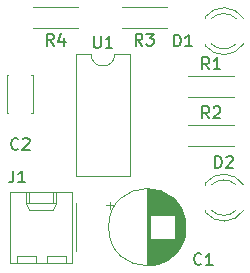
<source format=gbr>
%TF.GenerationSoftware,KiCad,Pcbnew,9.0.2*%
%TF.CreationDate,2025-10-01T10:40:14+03:00*%
%TF.ProjectId,555_flip_flop,3535355f-666c-4697-905f-666c6f702e6b,rev?*%
%TF.SameCoordinates,Original*%
%TF.FileFunction,Legend,Top*%
%TF.FilePolarity,Positive*%
%FSLAX46Y46*%
G04 Gerber Fmt 4.6, Leading zero omitted, Abs format (unit mm)*
G04 Created by KiCad (PCBNEW 9.0.2) date 2025-10-01 10:40:14*
%MOMM*%
%LPD*%
G01*
G04 APERTURE LIST*
%ADD10C,0.150000*%
%ADD11C,0.120000*%
G04 APERTURE END LIST*
D10*
X62493333Y-33784819D02*
X62160000Y-33308628D01*
X61921905Y-33784819D02*
X61921905Y-32784819D01*
X61921905Y-32784819D02*
X62302857Y-32784819D01*
X62302857Y-32784819D02*
X62398095Y-32832438D01*
X62398095Y-32832438D02*
X62445714Y-32880057D01*
X62445714Y-32880057D02*
X62493333Y-32975295D01*
X62493333Y-32975295D02*
X62493333Y-33118152D01*
X62493333Y-33118152D02*
X62445714Y-33213390D01*
X62445714Y-33213390D02*
X62398095Y-33261009D01*
X62398095Y-33261009D02*
X62302857Y-33308628D01*
X62302857Y-33308628D02*
X61921905Y-33308628D01*
X62874286Y-32880057D02*
X62921905Y-32832438D01*
X62921905Y-32832438D02*
X63017143Y-32784819D01*
X63017143Y-32784819D02*
X63255238Y-32784819D01*
X63255238Y-32784819D02*
X63350476Y-32832438D01*
X63350476Y-32832438D02*
X63398095Y-32880057D01*
X63398095Y-32880057D02*
X63445714Y-32975295D01*
X63445714Y-32975295D02*
X63445714Y-33070533D01*
X63445714Y-33070533D02*
X63398095Y-33213390D01*
X63398095Y-33213390D02*
X62826667Y-33784819D01*
X62826667Y-33784819D02*
X63445714Y-33784819D01*
X62493333Y-29634819D02*
X62160000Y-29158628D01*
X61921905Y-29634819D02*
X61921905Y-28634819D01*
X61921905Y-28634819D02*
X62302857Y-28634819D01*
X62302857Y-28634819D02*
X62398095Y-28682438D01*
X62398095Y-28682438D02*
X62445714Y-28730057D01*
X62445714Y-28730057D02*
X62493333Y-28825295D01*
X62493333Y-28825295D02*
X62493333Y-28968152D01*
X62493333Y-28968152D02*
X62445714Y-29063390D01*
X62445714Y-29063390D02*
X62398095Y-29111009D01*
X62398095Y-29111009D02*
X62302857Y-29158628D01*
X62302857Y-29158628D02*
X61921905Y-29158628D01*
X63445714Y-29634819D02*
X62874286Y-29634819D01*
X63160000Y-29634819D02*
X63160000Y-28634819D01*
X63160000Y-28634819D02*
X63064762Y-28777676D01*
X63064762Y-28777676D02*
X62969524Y-28872914D01*
X62969524Y-28872914D02*
X62874286Y-28920533D01*
X62991905Y-37994819D02*
X62991905Y-36994819D01*
X62991905Y-36994819D02*
X63230000Y-36994819D01*
X63230000Y-36994819D02*
X63372857Y-37042438D01*
X63372857Y-37042438D02*
X63468095Y-37137676D01*
X63468095Y-37137676D02*
X63515714Y-37232914D01*
X63515714Y-37232914D02*
X63563333Y-37423390D01*
X63563333Y-37423390D02*
X63563333Y-37566247D01*
X63563333Y-37566247D02*
X63515714Y-37756723D01*
X63515714Y-37756723D02*
X63468095Y-37851961D01*
X63468095Y-37851961D02*
X63372857Y-37947200D01*
X63372857Y-37947200D02*
X63230000Y-37994819D01*
X63230000Y-37994819D02*
X62991905Y-37994819D01*
X63944286Y-37090057D02*
X63991905Y-37042438D01*
X63991905Y-37042438D02*
X64087143Y-36994819D01*
X64087143Y-36994819D02*
X64325238Y-36994819D01*
X64325238Y-36994819D02*
X64420476Y-37042438D01*
X64420476Y-37042438D02*
X64468095Y-37090057D01*
X64468095Y-37090057D02*
X64515714Y-37185295D01*
X64515714Y-37185295D02*
X64515714Y-37280533D01*
X64515714Y-37280533D02*
X64468095Y-37423390D01*
X64468095Y-37423390D02*
X63896667Y-37994819D01*
X63896667Y-37994819D02*
X64515714Y-37994819D01*
X52738095Y-26814819D02*
X52738095Y-27624342D01*
X52738095Y-27624342D02*
X52785714Y-27719580D01*
X52785714Y-27719580D02*
X52833333Y-27767200D01*
X52833333Y-27767200D02*
X52928571Y-27814819D01*
X52928571Y-27814819D02*
X53119047Y-27814819D01*
X53119047Y-27814819D02*
X53214285Y-27767200D01*
X53214285Y-27767200D02*
X53261904Y-27719580D01*
X53261904Y-27719580D02*
X53309523Y-27624342D01*
X53309523Y-27624342D02*
X53309523Y-26814819D01*
X54309523Y-27814819D02*
X53738095Y-27814819D01*
X54023809Y-27814819D02*
X54023809Y-26814819D01*
X54023809Y-26814819D02*
X53928571Y-26957676D01*
X53928571Y-26957676D02*
X53833333Y-27052914D01*
X53833333Y-27052914D02*
X53738095Y-27100533D01*
X49333333Y-27624819D02*
X49000000Y-27148628D01*
X48761905Y-27624819D02*
X48761905Y-26624819D01*
X48761905Y-26624819D02*
X49142857Y-26624819D01*
X49142857Y-26624819D02*
X49238095Y-26672438D01*
X49238095Y-26672438D02*
X49285714Y-26720057D01*
X49285714Y-26720057D02*
X49333333Y-26815295D01*
X49333333Y-26815295D02*
X49333333Y-26958152D01*
X49333333Y-26958152D02*
X49285714Y-27053390D01*
X49285714Y-27053390D02*
X49238095Y-27101009D01*
X49238095Y-27101009D02*
X49142857Y-27148628D01*
X49142857Y-27148628D02*
X48761905Y-27148628D01*
X50190476Y-26958152D02*
X50190476Y-27624819D01*
X49952381Y-26577200D02*
X49714286Y-27291485D01*
X49714286Y-27291485D02*
X50333333Y-27291485D01*
X56833333Y-27624819D02*
X56500000Y-27148628D01*
X56261905Y-27624819D02*
X56261905Y-26624819D01*
X56261905Y-26624819D02*
X56642857Y-26624819D01*
X56642857Y-26624819D02*
X56738095Y-26672438D01*
X56738095Y-26672438D02*
X56785714Y-26720057D01*
X56785714Y-26720057D02*
X56833333Y-26815295D01*
X56833333Y-26815295D02*
X56833333Y-26958152D01*
X56833333Y-26958152D02*
X56785714Y-27053390D01*
X56785714Y-27053390D02*
X56738095Y-27101009D01*
X56738095Y-27101009D02*
X56642857Y-27148628D01*
X56642857Y-27148628D02*
X56261905Y-27148628D01*
X57166667Y-26624819D02*
X57785714Y-26624819D01*
X57785714Y-26624819D02*
X57452381Y-27005771D01*
X57452381Y-27005771D02*
X57595238Y-27005771D01*
X57595238Y-27005771D02*
X57690476Y-27053390D01*
X57690476Y-27053390D02*
X57738095Y-27101009D01*
X57738095Y-27101009D02*
X57785714Y-27196247D01*
X57785714Y-27196247D02*
X57785714Y-27434342D01*
X57785714Y-27434342D02*
X57738095Y-27529580D01*
X57738095Y-27529580D02*
X57690476Y-27577200D01*
X57690476Y-27577200D02*
X57595238Y-27624819D01*
X57595238Y-27624819D02*
X57309524Y-27624819D01*
X57309524Y-27624819D02*
X57214286Y-27577200D01*
X57214286Y-27577200D02*
X57166667Y-27529580D01*
X45916666Y-38204819D02*
X45916666Y-38919104D01*
X45916666Y-38919104D02*
X45869047Y-39061961D01*
X45869047Y-39061961D02*
X45773809Y-39157200D01*
X45773809Y-39157200D02*
X45630952Y-39204819D01*
X45630952Y-39204819D02*
X45535714Y-39204819D01*
X46916666Y-39204819D02*
X46345238Y-39204819D01*
X46630952Y-39204819D02*
X46630952Y-38204819D01*
X46630952Y-38204819D02*
X46535714Y-38347676D01*
X46535714Y-38347676D02*
X46440476Y-38442914D01*
X46440476Y-38442914D02*
X46345238Y-38490533D01*
X59511905Y-27704819D02*
X59511905Y-26704819D01*
X59511905Y-26704819D02*
X59750000Y-26704819D01*
X59750000Y-26704819D02*
X59892857Y-26752438D01*
X59892857Y-26752438D02*
X59988095Y-26847676D01*
X59988095Y-26847676D02*
X60035714Y-26942914D01*
X60035714Y-26942914D02*
X60083333Y-27133390D01*
X60083333Y-27133390D02*
X60083333Y-27276247D01*
X60083333Y-27276247D02*
X60035714Y-27466723D01*
X60035714Y-27466723D02*
X59988095Y-27561961D01*
X59988095Y-27561961D02*
X59892857Y-27657200D01*
X59892857Y-27657200D02*
X59750000Y-27704819D01*
X59750000Y-27704819D02*
X59511905Y-27704819D01*
X61035714Y-27704819D02*
X60464286Y-27704819D01*
X60750000Y-27704819D02*
X60750000Y-26704819D01*
X60750000Y-26704819D02*
X60654762Y-26847676D01*
X60654762Y-26847676D02*
X60559524Y-26942914D01*
X60559524Y-26942914D02*
X60464286Y-26990533D01*
X46333333Y-36359580D02*
X46285714Y-36407200D01*
X46285714Y-36407200D02*
X46142857Y-36454819D01*
X46142857Y-36454819D02*
X46047619Y-36454819D01*
X46047619Y-36454819D02*
X45904762Y-36407200D01*
X45904762Y-36407200D02*
X45809524Y-36311961D01*
X45809524Y-36311961D02*
X45761905Y-36216723D01*
X45761905Y-36216723D02*
X45714286Y-36026247D01*
X45714286Y-36026247D02*
X45714286Y-35883390D01*
X45714286Y-35883390D02*
X45761905Y-35692914D01*
X45761905Y-35692914D02*
X45809524Y-35597676D01*
X45809524Y-35597676D02*
X45904762Y-35502438D01*
X45904762Y-35502438D02*
X46047619Y-35454819D01*
X46047619Y-35454819D02*
X46142857Y-35454819D01*
X46142857Y-35454819D02*
X46285714Y-35502438D01*
X46285714Y-35502438D02*
X46333333Y-35550057D01*
X46714286Y-35550057D02*
X46761905Y-35502438D01*
X46761905Y-35502438D02*
X46857143Y-35454819D01*
X46857143Y-35454819D02*
X47095238Y-35454819D01*
X47095238Y-35454819D02*
X47190476Y-35502438D01*
X47190476Y-35502438D02*
X47238095Y-35550057D01*
X47238095Y-35550057D02*
X47285714Y-35645295D01*
X47285714Y-35645295D02*
X47285714Y-35740533D01*
X47285714Y-35740533D02*
X47238095Y-35883390D01*
X47238095Y-35883390D02*
X46666667Y-36454819D01*
X46666667Y-36454819D02*
X47285714Y-36454819D01*
X61833333Y-46109580D02*
X61785714Y-46157200D01*
X61785714Y-46157200D02*
X61642857Y-46204819D01*
X61642857Y-46204819D02*
X61547619Y-46204819D01*
X61547619Y-46204819D02*
X61404762Y-46157200D01*
X61404762Y-46157200D02*
X61309524Y-46061961D01*
X61309524Y-46061961D02*
X61261905Y-45966723D01*
X61261905Y-45966723D02*
X61214286Y-45776247D01*
X61214286Y-45776247D02*
X61214286Y-45633390D01*
X61214286Y-45633390D02*
X61261905Y-45442914D01*
X61261905Y-45442914D02*
X61309524Y-45347676D01*
X61309524Y-45347676D02*
X61404762Y-45252438D01*
X61404762Y-45252438D02*
X61547619Y-45204819D01*
X61547619Y-45204819D02*
X61642857Y-45204819D01*
X61642857Y-45204819D02*
X61785714Y-45252438D01*
X61785714Y-45252438D02*
X61833333Y-45300057D01*
X62785714Y-46204819D02*
X62214286Y-46204819D01*
X62500000Y-46204819D02*
X62500000Y-45204819D01*
X62500000Y-45204819D02*
X62404762Y-45347676D01*
X62404762Y-45347676D02*
X62309524Y-45442914D01*
X62309524Y-45442914D02*
X62214286Y-45490533D01*
D11*
%TO.C,R2*%
X60740000Y-34330000D02*
X64580000Y-34330000D01*
X60740000Y-36170000D02*
X64580000Y-36170000D01*
%TO.C,R1*%
X60740000Y-30180000D02*
X64580000Y-30180000D01*
X60740000Y-32020000D02*
X64580000Y-32020000D01*
%TO.C,D2*%
X62170000Y-39264000D02*
X62170000Y-39420000D01*
X62170000Y-41580000D02*
X62170000Y-41736000D01*
X62170000Y-39264484D02*
G75*
G02*
X65401437Y-39420000I1560000J-1235516D01*
G01*
X62689039Y-39420000D02*
G75*
G02*
X64770961Y-39420000I1040961J-1080000D01*
G01*
X64770961Y-41580000D02*
G75*
G02*
X62689039Y-41580000I-1040961J1080000D01*
G01*
X65401437Y-41580000D02*
G75*
G02*
X62170000Y-41735516I-1671437J1080000D01*
G01*
%TO.C,U1*%
X51250000Y-28360000D02*
X51250000Y-38640000D01*
X51250000Y-38640000D02*
X55750000Y-38640000D01*
X52500000Y-28360000D02*
X51250000Y-28360000D01*
X55750000Y-28360000D02*
X54500000Y-28360000D01*
X55750000Y-38640000D02*
X55750000Y-28360000D01*
X54500000Y-28360000D02*
G75*
G02*
X52500000Y-28360000I-1000000J0D01*
G01*
%TO.C,R4*%
X51420000Y-26170000D02*
X47580000Y-26170000D01*
X51420000Y-24330000D02*
X47580000Y-24330000D01*
%TO.C,R3*%
X58920000Y-26170000D02*
X55080000Y-26170000D01*
X58920000Y-24330000D02*
X55080000Y-24330000D01*
%TO.C,J1*%
X51210000Y-44980000D02*
X51210000Y-40980000D01*
X50920000Y-46010000D02*
X50920000Y-39990000D01*
X50920000Y-39990000D02*
X45620000Y-39990000D01*
X50340000Y-46010000D02*
X50340000Y-45410000D01*
X50340000Y-45410000D02*
X48740000Y-45410000D01*
X49540000Y-40990000D02*
X49290000Y-41520000D01*
X49540000Y-40990000D02*
X47000000Y-40990000D01*
X49540000Y-39990000D02*
X49540000Y-40990000D01*
X49290000Y-41520000D02*
X47250000Y-41520000D01*
X49290000Y-39990000D02*
X49290000Y-40990000D01*
X48740000Y-45410000D02*
X48740000Y-46010000D01*
X47800000Y-46010000D02*
X47800000Y-45410000D01*
X47800000Y-45410000D02*
X46200000Y-45410000D01*
X47250000Y-41520000D02*
X47000000Y-40990000D01*
X47250000Y-39990000D02*
X47250000Y-40990000D01*
X47000000Y-40990000D02*
X47000000Y-39990000D01*
X46200000Y-45410000D02*
X46200000Y-46010000D01*
X45620000Y-46010000D02*
X50920000Y-46010000D01*
X45620000Y-39990000D02*
X45620000Y-46010000D01*
%TO.C,D1*%
X62170000Y-25174000D02*
X62170000Y-25330000D01*
X62170000Y-27490000D02*
X62170000Y-27646000D01*
X62170000Y-25174484D02*
G75*
G02*
X65401437Y-25330000I1560000J-1235516D01*
G01*
X62689039Y-25330000D02*
G75*
G02*
X64770961Y-25330000I1040961J-1080000D01*
G01*
X64770961Y-27490000D02*
G75*
G02*
X62689039Y-27490000I-1040961J1080000D01*
G01*
X65401437Y-27490000D02*
G75*
G02*
X62170000Y-27645516I-1671437J1080000D01*
G01*
%TO.C,C2*%
X45350000Y-33370000D02*
X45498000Y-33370000D01*
X45350000Y-33370000D02*
X45350000Y-30130000D01*
X47442000Y-33370000D02*
X47590000Y-33370000D01*
X47590000Y-33370000D02*
X47590000Y-30130000D01*
X45350000Y-30130000D02*
X45498000Y-30130000D01*
X47442000Y-30130000D02*
X47590000Y-30130000D01*
%TO.C,C1*%
X53749759Y-41161000D02*
X54379759Y-41161000D01*
X54064759Y-40846000D02*
X54064759Y-41476000D01*
X57250000Y-39770000D02*
X57250000Y-46230000D01*
X57290000Y-39770000D02*
X57290000Y-46230000D01*
X57330000Y-39771000D02*
X57330000Y-46229000D01*
X57370000Y-39772000D02*
X57370000Y-46228000D01*
X57410000Y-39774000D02*
X57410000Y-46226000D01*
X57450000Y-39776000D02*
X57450000Y-46224000D01*
X57490000Y-39779000D02*
X57490000Y-41960000D01*
X57490000Y-44040000D02*
X57490000Y-46221000D01*
X57530000Y-39782000D02*
X57530000Y-41960000D01*
X57530000Y-44040000D02*
X57530000Y-46218000D01*
X57570000Y-39786000D02*
X57570000Y-41960000D01*
X57570000Y-44040000D02*
X57570000Y-46214000D01*
X57610000Y-39790000D02*
X57610000Y-41960000D01*
X57610000Y-44040000D02*
X57610000Y-46210000D01*
X57650000Y-39795000D02*
X57650000Y-41960000D01*
X57650000Y-44040000D02*
X57650000Y-46205000D01*
X57690000Y-39800000D02*
X57690000Y-41960000D01*
X57690000Y-44040000D02*
X57690000Y-46200000D01*
X57730000Y-39805000D02*
X57730000Y-41960000D01*
X57730000Y-44040000D02*
X57730000Y-46195000D01*
X57770000Y-39812000D02*
X57770000Y-41960000D01*
X57770000Y-44040000D02*
X57770000Y-46188000D01*
X57810000Y-39818000D02*
X57810000Y-41960000D01*
X57810000Y-44040000D02*
X57810000Y-46182000D01*
X57850000Y-39826000D02*
X57850000Y-41960000D01*
X57850000Y-44040000D02*
X57850000Y-46174000D01*
X57890000Y-39833000D02*
X57890000Y-41960000D01*
X57890000Y-44040000D02*
X57890000Y-46167000D01*
X57930000Y-39841000D02*
X57930000Y-41960000D01*
X57930000Y-44040000D02*
X57930000Y-46159000D01*
X57970000Y-39850000D02*
X57970000Y-41960000D01*
X57970000Y-44040000D02*
X57970000Y-46150000D01*
X58010000Y-39860000D02*
X58010000Y-41960000D01*
X58010000Y-44040000D02*
X58010000Y-46140000D01*
X58050000Y-39869000D02*
X58050000Y-41960000D01*
X58050000Y-44040000D02*
X58050000Y-46131000D01*
X58090000Y-39880000D02*
X58090000Y-41960000D01*
X58090000Y-44040000D02*
X58090000Y-46120000D01*
X58130000Y-39891000D02*
X58130000Y-41960000D01*
X58130000Y-44040000D02*
X58130000Y-46109000D01*
X58170000Y-39902000D02*
X58170000Y-41960000D01*
X58170000Y-44040000D02*
X58170000Y-46098000D01*
X58210000Y-39914000D02*
X58210000Y-41960000D01*
X58210000Y-44040000D02*
X58210000Y-46086000D01*
X58250000Y-39927000D02*
X58250000Y-41960000D01*
X58250000Y-44040000D02*
X58250000Y-46073000D01*
X58290000Y-39940000D02*
X58290000Y-41960000D01*
X58290000Y-44040000D02*
X58290000Y-46060000D01*
X58330000Y-39953000D02*
X58330000Y-41960000D01*
X58330000Y-44040000D02*
X58330000Y-46047000D01*
X58370000Y-39968000D02*
X58370000Y-41960000D01*
X58370000Y-44040000D02*
X58370000Y-46032000D01*
X58410000Y-39983000D02*
X58410000Y-41960000D01*
X58410000Y-44040000D02*
X58410000Y-46017000D01*
X58450000Y-39998000D02*
X58450000Y-41960000D01*
X58450000Y-44040000D02*
X58450000Y-46002000D01*
X58490000Y-40014000D02*
X58490000Y-41960000D01*
X58490000Y-44040000D02*
X58490000Y-45986000D01*
X58530000Y-40031000D02*
X58530000Y-41960000D01*
X58530000Y-44040000D02*
X58530000Y-45969000D01*
X58570000Y-40048000D02*
X58570000Y-41960000D01*
X58570000Y-44040000D02*
X58570000Y-45952000D01*
X58610000Y-40066000D02*
X58610000Y-41960000D01*
X58610000Y-44040000D02*
X58610000Y-45934000D01*
X58650000Y-40085000D02*
X58650000Y-41960000D01*
X58650000Y-44040000D02*
X58650000Y-45915000D01*
X58690000Y-40104000D02*
X58690000Y-41960000D01*
X58690000Y-44040000D02*
X58690000Y-45896000D01*
X58730000Y-40124000D02*
X58730000Y-41960000D01*
X58730000Y-44040000D02*
X58730000Y-45876000D01*
X58770000Y-40145000D02*
X58770000Y-41960000D01*
X58770000Y-44040000D02*
X58770000Y-45855000D01*
X58810000Y-40166000D02*
X58810000Y-41960000D01*
X58810000Y-44040000D02*
X58810000Y-45834000D01*
X58850000Y-40188000D02*
X58850000Y-41960000D01*
X58850000Y-44040000D02*
X58850000Y-45812000D01*
X58890000Y-40211000D02*
X58890000Y-41960000D01*
X58890000Y-44040000D02*
X58890000Y-45789000D01*
X58930000Y-40235000D02*
X58930000Y-41960000D01*
X58930000Y-44040000D02*
X58930000Y-45765000D01*
X58970000Y-40259000D02*
X58970000Y-41960000D01*
X58970000Y-44040000D02*
X58970000Y-45741000D01*
X59010000Y-40284000D02*
X59010000Y-41960000D01*
X59010000Y-44040000D02*
X59010000Y-45716000D01*
X59050000Y-40310000D02*
X59050000Y-41960000D01*
X59050000Y-44040000D02*
X59050000Y-45690000D01*
X59090000Y-40337000D02*
X59090000Y-41960000D01*
X59090000Y-44040000D02*
X59090000Y-45663000D01*
X59130000Y-40364000D02*
X59130000Y-41960000D01*
X59130000Y-44040000D02*
X59130000Y-45636000D01*
X59170000Y-40393000D02*
X59170000Y-41960000D01*
X59170000Y-44040000D02*
X59170000Y-45607000D01*
X59210000Y-40423000D02*
X59210000Y-41960000D01*
X59210000Y-44040000D02*
X59210000Y-45577000D01*
X59250000Y-40453000D02*
X59250000Y-41960000D01*
X59250000Y-44040000D02*
X59250000Y-45547000D01*
X59290000Y-40484000D02*
X59290000Y-41960000D01*
X59290000Y-44040000D02*
X59290000Y-45516000D01*
X59330000Y-40517000D02*
X59330000Y-41960000D01*
X59330000Y-44040000D02*
X59330000Y-45483000D01*
X59370000Y-40550000D02*
X59370000Y-41960000D01*
X59370000Y-44040000D02*
X59370000Y-45450000D01*
X59410000Y-40585000D02*
X59410000Y-41960000D01*
X59410000Y-44040000D02*
X59410000Y-45415000D01*
X59450000Y-40621000D02*
X59450000Y-41960000D01*
X59450000Y-44040000D02*
X59450000Y-45379000D01*
X59490000Y-40658000D02*
X59490000Y-41960000D01*
X59490000Y-44040000D02*
X59490000Y-45342000D01*
X59530000Y-40696000D02*
X59530000Y-41960000D01*
X59530000Y-44040000D02*
X59530000Y-45304000D01*
X59570000Y-40736000D02*
X59570000Y-45264000D01*
X59610000Y-40777000D02*
X59610000Y-45223000D01*
X59650000Y-40819000D02*
X59650000Y-45181000D01*
X59690000Y-40863000D02*
X59690000Y-45137000D01*
X59730000Y-40909000D02*
X59730000Y-45091000D01*
X59770000Y-40956000D02*
X59770000Y-45044000D01*
X59810000Y-41005000D02*
X59810000Y-44995000D01*
X59850000Y-41057000D02*
X59850000Y-44943000D01*
X59890000Y-41110000D02*
X59890000Y-44890000D01*
X59930000Y-41166000D02*
X59930000Y-44834000D01*
X59970000Y-41225000D02*
X59970000Y-44775000D01*
X60010000Y-41286000D02*
X60010000Y-44714000D01*
X60050000Y-41351000D02*
X60050000Y-44649000D01*
X60090000Y-41419000D02*
X60090000Y-44581000D01*
X60130000Y-41491000D02*
X60130000Y-44509000D01*
X60170000Y-41568000D02*
X60170000Y-44432000D01*
X60210000Y-41650000D02*
X60210000Y-44350000D01*
X60250000Y-41739000D02*
X60250000Y-44261000D01*
X60290000Y-41835000D02*
X60290000Y-44165000D01*
X60330000Y-41942000D02*
X60330000Y-44058000D01*
X60370000Y-42061000D02*
X60370000Y-43939000D01*
X60410000Y-42199000D02*
X60410000Y-43801000D01*
X60450000Y-42367000D02*
X60450000Y-43633000D01*
X60490000Y-42598000D02*
X60490000Y-43402000D01*
X60520000Y-43000000D02*
G75*
G02*
X53980000Y-43000000I-3270000J0D01*
G01*
X53980000Y-43000000D02*
G75*
G02*
X60520000Y-43000000I3270000J0D01*
G01*
%TD*%
M02*

</source>
